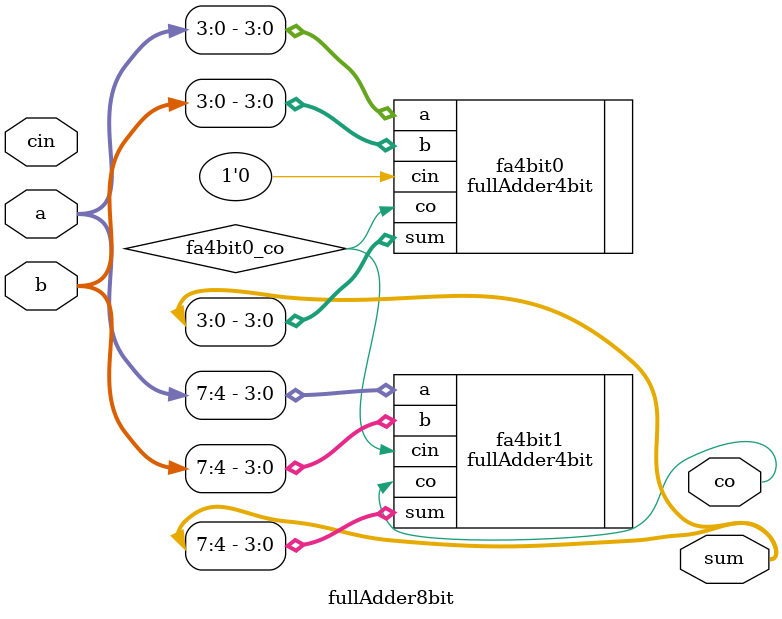
<source format=v>
module fullAdder8bit(
    input [7:0] a, b,
    input cin,

    output [7:0] sum,
    output co
    );

    wire fa4bit0_co;

    fullAdder4bit fa4bit0 (.a(a[3:0]), .b(b[3:0]), .cin(1'b0), .sum(sum[3:0]), .co(fa4bit0_co));
    fullAdder4bit fa4bit1 (.a(a[7:4]), .b(b[7:4]), .cin(fa4bit0_co), .sum(sum[7:4]), .co(co));
endmodule

</source>
